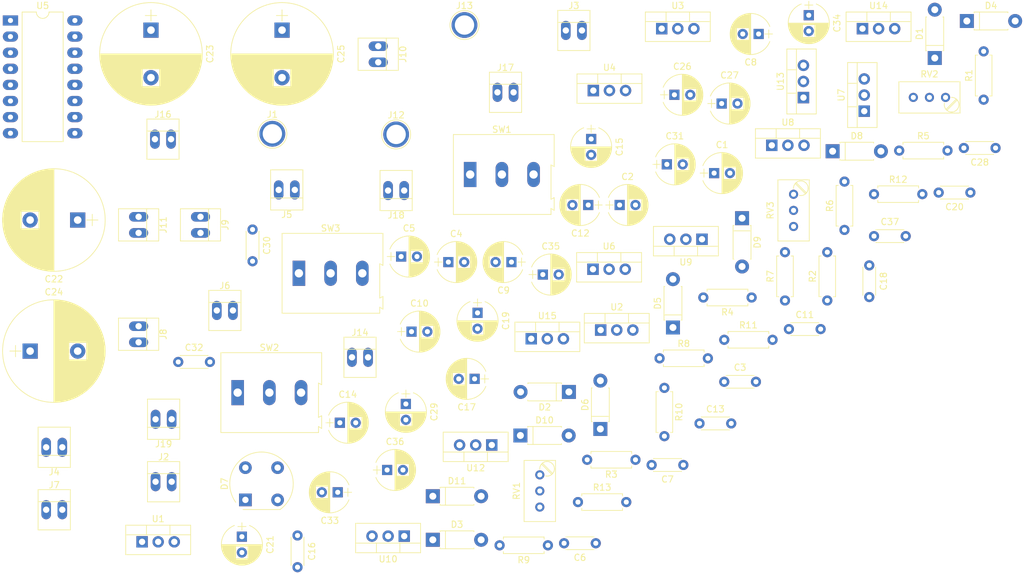
<source format=kicad_pcb>
(kicad_pcb (version 4) (host pcbnew 4.0.7)
  (layers (0 F.Cu signal) (31 B.Cu signal) (34 B.Paste user) (35 F.Paste user) (36 B.SilkS user) (37 F.SilkS user) (38 B.Mask user) (39 F.Mask user) (44 Edge.Cuts user))
  (net 0 "")
  (net 1 "Net-(C1-Pad1)")
  (net 2 GND)
  (net 3 "Net-(C3-Pad1)")
  (net 4 "Net-(C5-Pad1)")
  (net 5 +9V)
  (net 6 +5V)
  (net 7 "Net-(C10-Pad1)")
  (net 8 "Net-(C12-Pad2)")
  (net 9 /ADJ_2)
  (net 10 "Net-(C15-Pad2)")
  (net 11 /NEG_ADJ_1)
  (net 12 /ADJ_3)
  (net 13 +3V3)
  (net 14 -12VA)
  (net 15 +12V)
  (net 16 "Net-(C29-Pad1)")
  (net 17 "Net-(C31-Pad2)")
  (net 18 "Net-(C33-Pad1)")
  (net 19 "Net-(C34-Pad1)")
  (net 20 "Net-(C35-Pad2)")
  (net 21 -9VA)
  (net 22 AC)
  (net 23 "Net-(J14-Pad1)")
  (net 24 /A)
  (net 25 /B)
  (net 26 /C)
  (net 27 "Net-(U5-Pad1)")
  (net 28 "Net-(U5-Pad2)")
  (net 29 "Net-(U5-Pad4)")
  (net 30 "Net-(U5-Pad12)")
  (net 31 "Net-(U5-Pad5)")
  (net 32 "Net-(U5-Pad13)")
  (net 33 "Net-(U5-Pad14)")
  (net 34 "Net-(U5-Pad15)")
  (net 35 VAC)
  (module Capacitors_THT:CP_Radial_D6.3mm_P2.50mm (layer F.Cu) (at 278.303001 85.795)
    (fp_text reference C1 (at 1.25 -4.46) (layer F.SilkS))
    (fp_text value CP)
    (pad 1 thru_hole rect (at 0 0) (size 1.6 1.6) (drill 0.8) (layers *.Cu *.Mask) (net 1 "Net-(C1-Pad1)"))
    (pad 2 thru_hole circle (at 2.5 0) (size 1.6 1.6) (drill 0.8) (layers *.Cu *.Mask) (net 2 GND))
  )
  (module Capacitors_THT:C_Disc_D4.3mm_W1.9mm_P5.00mm (layer F.Cu) (at 279.903001 118.705)
    (fp_text reference C3 (at 2.5 -2.26) (layer F.SilkS))
    (fp_text value C)
    (pad 1 thru_hole circle (at 0 0) (size 1.6 1.6) (drill 0.8) (layers *.Cu *.Mask) (net 3 "Net-(C3-Pad1)"))
    (pad 2 thru_hole circle (at 5 0) (size 1.6 1.6) (drill 0.8) (layers *.Cu *.Mask) (net 2 GND))
  )
  (module Capacitors_THT:CP_Radial_D6.3mm_P2.50mm (layer F.Cu) (at 236.393001 99.825)
    (fp_text reference C4 (at 1.25 -4.46) (layer F.SilkS))
    (fp_text value CP)
    (pad 1 thru_hole rect (at 0 0) (size 1.6 1.6) (drill 0.8) (layers *.Cu *.Mask) (net 3 "Net-(C3-Pad1)"))
    (pad 2 thru_hole circle (at 2.5 0) (size 1.6 1.6) (drill 0.8) (layers *.Cu *.Mask) (net 2 GND))
  )
  (module Capacitors_THT:CP_Radial_D6.3mm_P2.50mm (layer F.Cu) (at 228.943001 98.955)
    (fp_text reference C5 (at 1.25 -4.46) (layer F.SilkS))
    (fp_text value 10uF)
    (pad 1 thru_hole rect (at 0 0) (size 1.6 1.6) (drill 0.8) (layers *.Cu *.Mask) (net 4 "Net-(C5-Pad1)"))
    (pad 2 thru_hole circle (at 2.5 0) (size 1.6 1.6) (drill 0.8) (layers *.Cu *.Mask) (net 2 GND))
  )
  (module Capacitors_THT:C_Disc_D4.3mm_W1.9mm_P5.00mm (layer F.Cu) (at 259.643001 144.17 180)
    (fp_text reference C6 (at 2.5 -2.26 180) (layer F.SilkS))
    (fp_text value C)
    (pad 1 thru_hole circle (at 0 0 180) (size 1.6 1.6) (drill 0.8) (layers *.Cu *.Mask) (net 5 +9V))
    (pad 2 thru_hole circle (at 5 0 180) (size 1.6 1.6) (drill 0.8) (layers *.Cu *.Mask) (net 2 GND))
  )
  (module Capacitors_THT:C_Disc_D4.3mm_W1.9mm_P5.00mm (layer F.Cu) (at 273.453001 131.825 180)
    (fp_text reference C7 (at 2.5 -2.26 180) (layer F.SilkS))
    (fp_text value C)
    (pad 1 thru_hole circle (at 0 0 180) (size 1.6 1.6) (drill 0.8) (layers *.Cu *.Mask) (net 6 +5V))
    (pad 2 thru_hole circle (at 5 0 180) (size 1.6 1.6) (drill 0.8) (layers *.Cu *.Mask) (net 2 GND))
  )
  (module Capacitors_THT:CP_Radial_D6.3mm_P2.50mm (layer F.Cu) (at 285.323001 63.855 180)
    (fp_text reference C8 (at 1.25 -4.46 180) (layer F.SilkS))
    (fp_text value CP)
    (pad 1 thru_hole rect (at 0 0 180) (size 1.6 1.6) (drill 0.8) (layers *.Cu *.Mask) (net 5 +9V))
    (pad 2 thru_hole circle (at 2.5 0 180) (size 1.6 1.6) (drill 0.8) (layers *.Cu *.Mask) (net 2 GND))
  )
  (module Capacitors_THT:CP_Radial_D6.3mm_P2.50mm (layer F.Cu) (at 246.343001 99.825 180)
    (fp_text reference C9 (at 1.25 -4.46 180) (layer F.SilkS))
    (fp_text value CP)
    (pad 1 thru_hole rect (at 0 0 180) (size 1.6 1.6) (drill 0.8) (layers *.Cu *.Mask) (net 6 +5V))
    (pad 2 thru_hole circle (at 2.5 0 180) (size 1.6 1.6) (drill 0.8) (layers *.Cu *.Mask) (net 2 GND))
  )
  (module Capacitors_THT:CP_Radial_D6.3mm_P2.50mm (layer F.Cu) (at 230.583001 110.795)
    (fp_text reference C10 (at 1.25 -4.46) (layer F.SilkS))
    (fp_text value CP)
    (pad 1 thru_hole rect (at 0 0) (size 1.6 1.6) (drill 0.8) (layers *.Cu *.Mask) (net 7 "Net-(C10-Pad1)"))
    (pad 2 thru_hole circle (at 2.5 0) (size 1.6 1.6) (drill 0.8) (layers *.Cu *.Mask) (net 2 GND))
  )
  (module Capacitors_THT:C_Disc_D4.3mm_W1.9mm_P5.00mm (layer F.Cu) (at 290.103001 110.395)
    (fp_text reference C11 (at 2.5 -2.26) (layer F.SilkS))
    (fp_text value C)
    (pad 1 thru_hole circle (at 0 0) (size 1.6 1.6) (drill 0.8) (layers *.Cu *.Mask) (net 7 "Net-(C10-Pad1)"))
    (pad 2 thru_hole circle (at 5 0) (size 1.6 1.6) (drill 0.8) (layers *.Cu *.Mask) (net 2 GND))
  )
  (module Capacitors_THT:CP_Radial_D6.3mm_P2.50mm (layer F.Cu) (at 258.453001 90.825 180)
    (fp_text reference C12 (at 1.25 -4.46 180) (layer F.SilkS))
    (fp_text value 10uF)
    (pad 1 thru_hole rect (at 0 0 180) (size 1.6 1.6) (drill 0.8) (layers *.Cu *.Mask) (net 2 GND))
    (pad 2 thru_hole circle (at 2.5 0 180) (size 1.6 1.6) (drill 0.8) (layers *.Cu *.Mask) (net 8 "Net-(C12-Pad2)"))
  )
  (module Capacitors_THT:C_Disc_D4.3mm_W1.9mm_P5.00mm (layer F.Cu) (at 276.003001 125.275)
    (fp_text reference C13 (at 2.5 -2.26) (layer F.SilkS))
    (fp_text value C)
    (pad 1 thru_hole circle (at 0 0) (size 1.6 1.6) (drill 0.8) (layers *.Cu *.Mask) (net 9 /ADJ_2))
    (pad 2 thru_hole circle (at 5 0) (size 1.6 1.6) (drill 0.8) (layers *.Cu *.Mask) (net 2 GND))
  )
  (module Capacitors_THT:CP_Radial_D6.3mm_P2.50mm (layer F.Cu) (at 219.283001 125.165)
    (fp_text reference C14 (at 1.25 -4.46) (layer F.SilkS))
    (fp_text value CP)
    (pad 1 thru_hole rect (at 0 0) (size 1.6 1.6) (drill 0.8) (layers *.Cu *.Mask) (net 9 /ADJ_2))
    (pad 2 thru_hole circle (at 2.5 0) (size 1.6 1.6) (drill 0.8) (layers *.Cu *.Mask) (net 2 GND))
  )
  (module Capacitors_THT:CP_Radial_D6.3mm_P2.50mm (layer F.Cu) (at 258.913 80.415001 270)
    (fp_text reference C15 (at 1.25 -4.46 270) (layer F.SilkS))
    (fp_text value CP)
    (pad 1 thru_hole rect (at 0 0 270) (size 1.6 1.6) (drill 0.8) (layers *.Cu *.Mask) (net 2 GND))
    (pad 2 thru_hole circle (at 2.5 0 270) (size 1.6 1.6) (drill 0.8) (layers *.Cu *.Mask) (net 10 "Net-(C15-Pad2)"))
  )
  (module Capacitors_THT:C_Disc_D4.3mm_W1.9mm_P5.00mm (layer F.Cu) (at 212.603 142.945001 270)
    (fp_text reference C16 (at 2.5 -2.26 270) (layer F.SilkS))
    (fp_text value C)
    (pad 1 thru_hole circle (at 0 0 270) (size 1.6 1.6) (drill 0.8) (layers *.Cu *.Mask) (net 2 GND))
    (pad 2 thru_hole circle (at 5 0 270) (size 1.6 1.6) (drill 0.8) (layers *.Cu *.Mask) (net 10 "Net-(C15-Pad2)"))
  )
  (module Capacitors_THT:CP_Radial_D6.3mm_P2.50mm (layer F.Cu) (at 240.533001 118.245 180)
    (fp_text reference C17 (at 1.25 -4.46 180) (layer F.SilkS))
    (fp_text value CP)
    (pad 1 thru_hole rect (at 0 0 180) (size 1.6 1.6) (drill 0.8) (layers *.Cu *.Mask) (net 2 GND))
    (pad 2 thru_hole circle (at 2.5 0 180) (size 1.6 1.6) (drill 0.8) (layers *.Cu *.Mask) (net 11 /NEG_ADJ_1))
  )
  (module Capacitors_THT:C_Disc_D4.3mm_W1.9mm_P5.00mm (layer F.Cu) (at 302.773 100.345001 270)
    (fp_text reference C18 (at 2.5 -2.26 270) (layer F.SilkS))
    (fp_text value C)
    (pad 1 thru_hole circle (at 0 0 270) (size 1.6 1.6) (drill 0.8) (layers *.Cu *.Mask) (net 12 /ADJ_3))
    (pad 2 thru_hole circle (at 5 0 270) (size 1.6 1.6) (drill 0.8) (layers *.Cu *.Mask) (net 2 GND))
  )
  (module Capacitors_THT:CP_Radial_D6.3mm_P2.50mm (layer F.Cu) (at 240.993 107.835001 270)
    (fp_text reference C19 (at 1.25 -4.46 270) (layer F.SilkS))
    (fp_text value CP)
    (pad 1 thru_hole rect (at 0 0 270) (size 1.6 1.6) (drill 0.8) (layers *.Cu *.Mask) (net 12 /ADJ_3))
    (pad 2 thru_hole circle (at 2.5 0 270) (size 1.6 1.6) (drill 0.8) (layers *.Cu *.Mask) (net 2 GND))
  )
  (module Capacitors_THT:C_Disc_D4.3mm_W1.9mm_P5.00mm (layer F.Cu) (at 318.723001 88.865 180)
    (fp_text reference C20 (at 2.5 -2.26 180) (layer F.SilkS))
    (fp_text value .47nf)
    (pad 1 thru_hole circle (at 0 0 180) (size 1.6 1.6) (drill 0.8) (layers *.Cu *.Mask) (net 6 +5V))
    (pad 2 thru_hole circle (at 5 0 180) (size 1.6 1.6) (drill 0.8) (layers *.Cu *.Mask) (net 2 GND))
  )
  (module Capacitors_THT:CP_Radial_D6.3mm_P2.50mm (layer F.Cu) (at 203.833 143.135001 270)
    (fp_text reference C21 (at 1.25 -4.46 270) (layer F.SilkS))
    (fp_text value .33uf)
    (pad 1 thru_hole rect (at 0 0 270) (size 1.6 1.6) (drill 0.8) (layers *.Cu *.Mask) (net 13 +3V3))
    (pad 2 thru_hole circle (at 2.5 0 270) (size 1.6 1.6) (drill 0.8) (layers *.Cu *.Mask) (net 2 GND))
  )
  (module Capacitors_THT:CP_Radial_D16.0mm_P7.50mm (layer F.Cu) (at 177.933001 93.195 180)
    (fp_text reference C22 (at 3.75 -9.31 180) (layer F.SilkS))
    (fp_text value 2200uF)
    (pad 1 thru_hole rect (at 0 0 180) (size 2.4 2.4) (drill 1.2) (layers *.Cu *.Mask) (net 2 GND))
    (pad 2 thru_hole circle (at 7.5 0 180) (size 2.4 2.4) (drill 1.2) (layers *.Cu *.Mask) (net 14 -12VA))
  )
  (module Capacitors_THT:CP_Radial_D16.0mm_P7.50mm (layer F.Cu) (at 189.493 63.245001 270)
    (fp_text reference C23 (at 3.75 -9.31 270) (layer F.SilkS))
    (fp_text value 2200uF)
    (pad 1 thru_hole rect (at 0 0 270) (size 2.4 2.4) (drill 1.2) (layers *.Cu *.Mask) (net 15 +12V))
    (pad 2 thru_hole circle (at 7.5 0 270) (size 2.4 2.4) (drill 1.2) (layers *.Cu *.Mask) (net 2 GND))
  )
  (module Capacitors_THT:CP_Radial_D16.0mm_P7.50mm (layer F.Cu) (at 170.433001 113.865)
    (fp_text reference C24 (at 3.75 -9.31) (layer F.SilkS))
    (fp_text value 2200uF)
    (pad 1 thru_hole rect (at 0 0) (size 2.4 2.4) (drill 1.2) (layers *.Cu *.Mask) (net 15 +12V))
    (pad 2 thru_hole circle (at 7.5 0) (size 2.4 2.4) (drill 1.2) (layers *.Cu *.Mask) (net 2 GND))
  )
  (module Capacitors_THT:CP_Radial_D16.0mm_P7.50mm (layer F.Cu) (at 210.163 63.245001 270)
    (fp_text reference C25 (at 3.75 -9.31 270) (layer F.SilkS))
    (fp_text value 2200uF)
    (pad 1 thru_hole rect (at 0 0 270) (size 2.4 2.4) (drill 1.2) (layers *.Cu *.Mask) (net 2 GND))
    (pad 2 thru_hole circle (at 7.5 0 270) (size 2.4 2.4) (drill 1.2) (layers *.Cu *.Mask) (net 14 -12VA))
  )
  (module Capacitors_THT:CP_Radial_D6.3mm_P2.50mm (layer F.Cu) (at 272.043001 73.445)
    (fp_text reference C26 (at 1.25 -4.46) (layer F.SilkS))
    (fp_text value .1uF)
    (pad 1 thru_hole rect (at 0 0) (size 1.6 1.6) (drill 0.8) (layers *.Cu *.Mask) (net 6 +5V))
    (pad 2 thru_hole circle (at 2.5 0) (size 1.6 1.6) (drill 0.8) (layers *.Cu *.Mask) (net 2 GND))
  )
  (module Capacitors_THT:CP_Radial_D6.3mm_P2.50mm (layer F.Cu) (at 279.493001 74.825)
    (fp_text reference C27 (at 1.25 -4.46) (layer F.SilkS))
    (fp_text value 1uF)
    (pad 1 thru_hole rect (at 0 0) (size 1.6 1.6) (drill 0.8) (layers *.Cu *.Mask) (net 6 +5V))
    (pad 2 thru_hole circle (at 2.5 0) (size 1.6 1.6) (drill 0.8) (layers *.Cu *.Mask) (net 2 GND))
  )
  (module Capacitors_THT:C_Disc_D4.3mm_W1.9mm_P5.00mm (layer F.Cu) (at 322.693001 81.835 180)
    (fp_text reference C28 (at 2.5 -2.26 180) (layer F.SilkS))
    (fp_text value C)
    (pad 1 thru_hole circle (at 0 0 180) (size 1.6 1.6) (drill 0.8) (layers *.Cu *.Mask) (net 2 GND))
    (pad 2 thru_hole circle (at 5 0 180) (size 1.6 1.6) (drill 0.8) (layers *.Cu *.Mask) (net 11 /NEG_ADJ_1))
  )
  (module Capacitors_THT:CP_Radial_D6.3mm_P2.50mm (layer F.Cu) (at 229.693 122.205001 270)
    (fp_text reference C29 (at 1.25 -4.46 270) (layer F.SilkS))
    (fp_text value CP)
    (pad 1 thru_hole rect (at 0 0 270) (size 1.6 1.6) (drill 0.8) (layers *.Cu *.Mask) (net 16 "Net-(C29-Pad1)"))
    (pad 2 thru_hole circle (at 2.5 0 270) (size 1.6 1.6) (drill 0.8) (layers *.Cu *.Mask) (net 2 GND))
  )
  (module Capacitors_THT:C_Disc_D4.3mm_W1.9mm_P5.00mm (layer F.Cu) (at 205.513 94.695001 270)
    (fp_text reference C30 (at 2.5 -2.26 270) (layer F.SilkS))
    (fp_text value C)
    (pad 1 thru_hole circle (at 0 0 270) (size 1.6 1.6) (drill 0.8) (layers *.Cu *.Mask) (net 16 "Net-(C29-Pad1)"))
    (pad 2 thru_hole circle (at 5 0 270) (size 1.6 1.6) (drill 0.8) (layers *.Cu *.Mask) (net 2 GND))
  )
  (module Capacitors_THT:CP_Radial_D6.3mm_P2.50mm (layer F.Cu) (at 270.853001 84.415)
    (fp_text reference C31 (at 1.25 -4.46) (layer F.SilkS))
    (fp_text value CP)
    (pad 1 thru_hole rect (at 0 0) (size 1.6 1.6) (drill 0.8) (layers *.Cu *.Mask) (net 2 GND))
    (pad 2 thru_hole circle (at 2.5 0) (size 1.6 1.6) (drill 0.8) (layers *.Cu *.Mask) (net 17 "Net-(C31-Pad2)"))
  )
  (module Capacitors_THT:C_Disc_D4.3mm_W1.9mm_P5.00mm (layer F.Cu) (at 193.793001 115.575)
    (fp_text reference C32 (at 2.5 -2.26) (layer F.SilkS))
    (fp_text value C)
    (pad 1 thru_hole circle (at 0 0) (size 1.6 1.6) (drill 0.8) (layers *.Cu *.Mask) (net 2 GND))
    (pad 2 thru_hole circle (at 5 0) (size 1.6 1.6) (drill 0.8) (layers *.Cu *.Mask) (net 17 "Net-(C31-Pad2)"))
  )
  (module Capacitors_THT:CP_Radial_D6.3mm_P2.50mm (layer F.Cu) (at 218.943001 136.135 180)
    (fp_text reference C33 (at 1.25 -4.46 180) (layer F.SilkS))
    (fp_text value 10uF)
    (pad 1 thru_hole rect (at 0 0 180) (size 1.6 1.6) (drill 0.8) (layers *.Cu *.Mask) (net 18 "Net-(C33-Pad1)"))
    (pad 2 thru_hole circle (at 2.5 0 180) (size 1.6 1.6) (drill 0.8) (layers *.Cu *.Mask) (net 2 GND))
  )
  (module Capacitors_THT:CP_Radial_D6.3mm_P2.50mm (layer F.Cu) (at 293.233 60.895001 270)
    (fp_text reference C34 (at 1.25 -4.46 270) (layer F.SilkS))
    (fp_text value 10uF)
    (pad 1 thru_hole rect (at 0 0 270) (size 1.6 1.6) (drill 0.8) (layers *.Cu *.Mask) (net 19 "Net-(C34-Pad1)"))
    (pad 2 thru_hole circle (at 2.5 0 270) (size 1.6 1.6) (drill 0.8) (layers *.Cu *.Mask) (net 2 GND))
  )
  (module Capacitors_THT:CP_Radial_D6.3mm_P2.50mm (layer F.Cu) (at 251.293001 101.795)
    (fp_text reference C35 (at 1.25 -4.46) (layer F.SilkS))
    (fp_text value 10uF)
    (pad 1 thru_hole rect (at 0 0) (size 1.6 1.6) (drill 0.8) (layers *.Cu *.Mask) (net 2 GND))
    (pad 2 thru_hole circle (at 2.5 0) (size 1.6 1.6) (drill 0.8) (layers *.Cu *.Mask) (net 20 "Net-(C35-Pad2)"))
  )
  (module Capacitors_THT:CP_Radial_D6.3mm_P2.50mm (layer F.Cu) (at 226.733001 132.615)
    (fp_text reference C36 (at 1.25 -4.46) (layer F.SilkS))
    (fp_text value CP)
    (pad 1 thru_hole rect (at 0 0) (size 1.6 1.6) (drill 0.8) (layers *.Cu *.Mask) (net 2 GND))
    (pad 2 thru_hole circle (at 2.5 0) (size 1.6 1.6) (drill 0.8) (layers *.Cu *.Mask) (net 21 -9VA))
  )
  (module Capacitors_THT:C_Disc_D4.3mm_W1.9mm_P5.00mm (layer F.Cu) (at 303.523001 95.735)
    (fp_text reference C37 (at 2.5 -2.26) (layer F.SilkS))
    (fp_text value C)
    (pad 1 thru_hole circle (at 0 0) (size 1.6 1.6) (drill 0.8) (layers *.Cu *.Mask) (net 2 GND))
    (pad 2 thru_hole circle (at 5 0) (size 1.6 1.6) (drill 0.8) (layers *.Cu *.Mask) (net 21 -9VA))
  )
  (module Diodes_THT:Diode_Bridge_Round_D9.8mm (layer F.Cu) (at 204.385 137.331596 90)
    (fp_text reference D7 (at 2.54 -3.302 90) (layer F.SilkS))
    (fp_text value D_Bridge_-A+A)
    (pad 4 thru_hole oval (at 5.08 0 90) (size 2 2) (drill 1) (layers *.Cu *.Mask) (net 22 AC))
    (pad 2 thru_hole oval (at 0 5.08 90) (size 2 2) (drill 1) (layers *.Cu *.Mask) (net 35 VAC))
    (pad 3 thru_hole oval (at 5.08 5.08 90) (size 2 2) (drill 1) (layers *.Cu *.Mask) (net 15 +12V))
    (pad 1 thru_hole rect (at 0 0 90) (size 2 2) (drill 1) (layers *.Cu *.Mask) (net 14 -12VA))
  )
  (module Connectors:1pin (layer F.Cu) (at 208.636572 79.593)
    (fp_text reference J1 (at 0 -3.048) (layer F.SilkS))
    (fp_text value Screw_Terminal_01x01)
    (pad 1 thru_hole circle (at 0 0) (size 4.064 4.064) (drill 3.048) (layers *.Cu *.Mask) (net 22 AC))
  )
  (module Connectors:1pin (layer F.Cu) (at 228.156572 79.693)
    (fp_text reference J12 (at 0 -3.048) (layer F.SilkS))
    (fp_text value Screw_Terminal_01x01)
    (pad 1 thru_hole circle (at 0 0) (size 4.064 4.064) (drill 3.048) (layers *.Cu *.Mask) (net 2 GND))
  )
  (module Connectors:1pin (layer F.Cu) (at 238.936572 62.443)
    (fp_text reference J13 (at 0 -3.048) (layer F.SilkS))
    (fp_text value Screw_Terminal_01x01)
    (pad 1 thru_hole circle (at 0 0) (size 4.064 4.064) (drill 3.048) (layers *.Cu *.Mask) (net 35 VAC))
  )
  (module Potentiometers:Potentiometer_Trimmer_Bourns_3296W (layer F.Cu) (at 250.813 133.385001 90)
    (fp_text reference RV1 (at -2.54 -3.66 90) (layer F.SilkS))
    (fp_text value POT_TRIM)
    (pad 1 thru_hole circle (at 0 0 90) (size 1.44 1.44) (drill 0.8) (layers *.Cu *.Mask) (net 2 GND))
    (pad 2 thru_hole circle (at -2.54 0 90) (size 1.44 1.44) (drill 0.8) (layers *.Cu *.Mask) (net 8 "Net-(C12-Pad2)"))
    (pad 3 thru_hole circle (at -5.08 0 90) (size 1.44 1.44) (drill 0.8) (layers *.Cu *.Mask) (net 8 "Net-(C12-Pad2)"))
  )
  (module Potentiometers:Potentiometer_Trimmer_Bourns_3296W (layer F.Cu) (at 314.803001 73.855)
    (fp_text reference RV2 (at -2.54 -3.66) (layer F.SilkS))
    (fp_text value POT_TRIM)
    (pad 1 thru_hole circle (at 0 0) (size 1.44 1.44) (drill 0.8) (layers *.Cu *.Mask) (net 18 "Net-(C33-Pad1)"))
    (pad 2 thru_hole circle (at -2.54 0) (size 1.44 1.44) (drill 0.8) (layers *.Cu *.Mask) (net 18 "Net-(C33-Pad1)"))
    (pad 3 thru_hole circle (at -5.08 0) (size 1.44 1.44) (drill 0.8) (layers *.Cu *.Mask) (net 2 GND))
  )
  (module Potentiometers:Potentiometer_Trimmer_Bourns_3296W (layer F.Cu) (at 290.833 89.135001 90)
    (fp_text reference RV3 (at -2.54 -3.66 90) (layer F.SilkS))
    (fp_text value POT_TRIM)
    (pad 1 thru_hole circle (at 0 0 90) (size 1.44 1.44) (drill 0.8) (layers *.Cu *.Mask) (net 19 "Net-(C34-Pad1)"))
    (pad 2 thru_hole circle (at -2.54 0 90) (size 1.44 1.44) (drill 0.8) (layers *.Cu *.Mask) (net 19 "Net-(C34-Pad1)"))
    (pad 3 thru_hole circle (at -5.08 0 90) (size 1.44 1.44) (drill 0.8) (layers *.Cu *.Mask) (net 2 GND))
  )
  (module Connectors_Terminal_Blocks:TerminalBlock_Altech_AK300-3_P5.00mm (layer F.Cu) (at 239.833001 86.015)
    (fp_text reference SW1 (at 5 -7.1) (layer F.SilkS))
    (fp_text value SW_SPDT)
    (pad 1 thru_hole rect (at 0 0) (size 1.98 3.96) (drill 1.32) (layers *.Cu *.Mask) (net 6 +5V))
    (pad 2 thru_hole oval (at 5 0) (size 1.98 3.96) (drill 1.32) (layers *.Cu *.Mask) (net 24 /A))
    (pad 3 thru_hole oval (at 10 0) (size 1.98 3.96) (drill 1.32) (layers *.Cu *.Mask) (net 2 GND))
  )
  (module Connectors_Terminal_Blocks:TerminalBlock_Altech_AK300-3_P5.00mm (layer F.Cu) (at 203.163001 120.415)
    (fp_text reference SW2 (at 5 -7.1) (layer F.SilkS))
    (fp_text value SW_SPDT)
    (pad 1 thru_hole rect (at 0 0) (size 1.98 3.96) (drill 1.32) (layers *.Cu *.Mask) (net 6 +5V))
    (pad 2 thru_hole oval (at 5 0) (size 1.98 3.96) (drill 1.32) (layers *.Cu *.Mask) (net 25 /B))
    (pad 3 thru_hole oval (at 10 0) (size 1.98 3.96) (drill 1.32) (layers *.Cu *.Mask) (net 2 GND))
  )
  (module Connectors_Terminal_Blocks:TerminalBlock_Altech_AK300-3_P5.00mm (layer F.Cu) (at 212.823001 101.595)
    (fp_text reference SW3 (at 5 -7.1) (layer F.SilkS))
    (fp_text value SW_SPDT)
    (pad 1 thru_hole rect (at 0 0) (size 1.98 3.96) (drill 1.32) (layers *.Cu *.Mask) (net 6 +5V))
    (pad 2 thru_hole oval (at 5 0) (size 1.98 3.96) (drill 1.32) (layers *.Cu *.Mask) (net 26 /C))
    (pad 3 thru_hole oval (at 10 0) (size 1.98 3.96) (drill 1.32) (layers *.Cu *.Mask) (net 2 GND))
  )
  (module TO_SOT_Packages_THT:TO-220-3_Vertical (layer F.Cu) (at 188.089429 143.945)
    (fp_text reference U1 (at 2.54 -3.62) (layer F.SilkS))
    (fp_text value LM317_3PinPackage)
    (pad 1 thru_hole rect (at 0 0) (size 1.8 1.8) (drill 1) (layers *.Cu *.Mask) (net 4 "Net-(C5-Pad1)"))
    (pad 2 thru_hole oval (at 2.54 0) (size 1.8 1.8) (drill 1) (layers *.Cu *.Mask) (net 5 +9V))
    (pad 3 thru_hole oval (at 5.08 0) (size 1.8 1.8) (drill 1) (layers *.Cu *.Mask) (net 1 "Net-(C1-Pad1)"))
  )
  (module TO_SOT_Packages_THT:TO-220-3_Vertical (layer F.Cu) (at 260.413001 110.545)
    (fp_text reference U2 (at 2.54 -3.62) (layer F.SilkS))
    (fp_text value L7805)
    (pad 1 thru_hole rect (at 0 0) (size 1.8 1.8) (drill 1) (layers *.Cu *.Mask) (net 3 "Net-(C3-Pad1)"))
    (pad 2 thru_hole oval (at 2.54 0) (size 1.8 1.8) (drill 1) (layers *.Cu *.Mask) (net 2 GND))
    (pad 3 thru_hole oval (at 5.08 0) (size 1.8 1.8) (drill 1) (layers *.Cu *.Mask) (net 6 +5V))
  )
  (module TO_SOT_Packages_THT:TO-220-3_Vertical (layer F.Cu) (at 270.039429 63.015)
    (fp_text reference U3 (at 2.54 -3.62) (layer F.SilkS))
    (fp_text value LM317_3PinPackage)
    (pad 1 thru_hole rect (at 0 0) (size 1.8 1.8) (drill 1) (layers *.Cu *.Mask) (net 18 "Net-(C33-Pad1)"))
    (pad 2 thru_hole oval (at 2.54 0) (size 1.8 1.8) (drill 1) (layers *.Cu *.Mask) (net 9 /ADJ_2))
    (pad 3 thru_hole oval (at 5.08 0) (size 1.8 1.8) (drill 1) (layers *.Cu *.Mask) (net 7 "Net-(C10-Pad1)"))
  )
  (module TO_SOT_Packages_THT:TO-220-3_Vertical (layer F.Cu) (at 259.259429 72.775)
    (fp_text reference U4 (at 2.54 -3.62) (layer F.SilkS))
    (fp_text value LM317_3PinPackage)
    (pad 1 thru_hole rect (at 0 0) (size 1.8 1.8) (drill 1) (layers *.Cu *.Mask) (net 19 "Net-(C34-Pad1)"))
    (pad 2 thru_hole oval (at 2.54 0) (size 1.8 1.8) (drill 1) (layers *.Cu *.Mask) (net 12 /ADJ_3))
    (pad 3 thru_hole oval (at 5.08 0) (size 1.8 1.8) (drill 1) (layers *.Cu *.Mask) (net 16 "Net-(C29-Pad1)"))
  )
  (module Housings_DIP:DIP-16_W10.16mm_LongPads (layer F.Cu) (at 167.333001 61.725)
    (fp_text reference U5 (at 5.08 -2.33) (layer F.SilkS))
    (fp_text value 4051)
    (pad 1 thru_hole rect (at 0 0) (size 2.4 1.6) (drill 0.8) (layers *.Cu *.Mask) (net 27 "Net-(U5-Pad1)"))
    (pad 9 thru_hole oval (at 10.16 17.78) (size 2.4 1.6) (drill 0.8) (layers *.Cu *.Mask) (net 26 /C))
    (pad 2 thru_hole oval (at 0 2.54) (size 2.4 1.6) (drill 0.8) (layers *.Cu *.Mask) (net 28 "Net-(U5-Pad2)"))
    (pad 10 thru_hole oval (at 10.16 15.24) (size 2.4 1.6) (drill 0.8) (layers *.Cu *.Mask) (net 25 /B))
    (pad 3 thru_hole oval (at 0 5.08) (size 2.4 1.6) (drill 0.8) (layers *.Cu *.Mask) (net 23 "Net-(J14-Pad1)"))
    (pad 11 thru_hole oval (at 10.16 12.7) (size 2.4 1.6) (drill 0.8) (layers *.Cu *.Mask) (net 24 /A))
    (pad 4 thru_hole oval (at 0 7.62) (size 2.4 1.6) (drill 0.8) (layers *.Cu *.Mask) (net 29 "Net-(U5-Pad4)"))
    (pad 12 thru_hole oval (at 10.16 10.16) (size 2.4 1.6) (drill 0.8) (layers *.Cu *.Mask) (net 30 "Net-(U5-Pad12)"))
    (pad 5 thru_hole oval (at 0 10.16) (size 2.4 1.6) (drill 0.8) (layers *.Cu *.Mask) (net 31 "Net-(U5-Pad5)"))
    (pad 13 thru_hole oval (at 10.16 7.62) (size 2.4 1.6) (drill 0.8) (layers *.Cu *.Mask) (net 32 "Net-(U5-Pad13)"))
    (pad 6 thru_hole oval (at 0 12.7) (size 2.4 1.6) (drill 0.8) (layers *.Cu *.Mask) (net 2 GND))
    (pad 14 thru_hole oval (at 10.16 5.08) (size 2.4 1.6) (drill 0.8) (layers *.Cu *.Mask) (net 33 "Net-(U5-Pad14)"))
    (pad 7 thru_hole oval (at 0 15.24) (size 2.4 1.6) (drill 0.8) (layers *.Cu *.Mask) (net 2 GND))
    (pad 15 thru_hole oval (at 10.16 2.54) (size 2.4 1.6) (drill 0.8) (layers *.Cu *.Mask) (net 34 "Net-(U5-Pad15)"))
    (pad 8 thru_hole oval (at 0 17.78) (size 2.4 1.6) (drill 0.8) (layers *.Cu *.Mask) (net 2 GND))
    (pad 16 thru_hole oval (at 10.16 0) (size 2.4 1.6) (drill 0.8) (layers *.Cu *.Mask) (net 6 +5V))
  )
  (module TO_SOT_Packages_THT:TO-220-3_Vertical (layer F.Cu) (at 259.203001 100.955)
    (fp_text reference U6 (at 2.54 -3.62) (layer F.SilkS))
    (fp_text value AZ1117-ADJ)
    (pad 1 thru_hole rect (at 0 0) (size 1.8 1.8) (drill 1) (layers *.Cu *.Mask) (net 2 GND))
    (pad 2 thru_hole oval (at 2.54 0) (size 1.8 1.8) (drill 1) (layers *.Cu *.Mask) (net 13 +3V3))
    (pad 3 thru_hole oval (at 5.08 0) (size 1.8 1.8) (drill 1) (layers *.Cu *.Mask) (net 6 +5V))
  )
  (module TO_SOT_Packages_THT:TO-220-3_Vertical (layer F.Cu) (at 301.983 76.025001 90)
    (fp_text reference U7 (at 2.54 -3.62 90) (layer F.SilkS))
    (fp_text value MJE2955T)
    (pad 1 thru_hole rect (at 0 0 90) (size 1.8 1.8) (drill 1) (layers *.Cu *.Mask) (net 1 "Net-(C1-Pad1)"))
    (pad 2 thru_hole oval (at 2.54 0 90) (size 1.8 1.8) (drill 1) (layers *.Cu *.Mask) (net 15 +12V))
    (pad 3 thru_hole oval (at 5.08 0 90) (size 1.8 1.8) (drill 1) (layers *.Cu *.Mask) (net 5 +9V))
  )
  (module TO_SOT_Packages_THT:TO-220-3_Vertical (layer F.Cu) (at 287.403001 81.415)
    (fp_text reference U8 (at 2.54 -3.62) (layer F.SilkS))
    (fp_text value MJE2955T)
    (pad 1 thru_hole rect (at 0 0) (size 1.8 1.8) (drill 1) (layers *.Cu *.Mask) (net 3 "Net-(C3-Pad1)"))
    (pad 2 thru_hole oval (at 2.54 0) (size 1.8 1.8) (drill 1) (layers *.Cu *.Mask) (net 5 +9V))
    (pad 3 thru_hole oval (at 5.08 0) (size 1.8 1.8) (drill 1) (layers *.Cu *.Mask) (net 6 +5V))
  )
  (module TO_SOT_Packages_THT:TO-220-3_Vertical (layer F.Cu) (at 276.393001 96.225 180)
    (fp_text reference U9 (at 2.54 -3.62 180) (layer F.SilkS))
    (fp_text value MJE3055T)
    (pad 1 thru_hole rect (at 0 0 180) (size 1.8 1.8) (drill 1) (layers *.Cu *.Mask) (net 10 "Net-(C15-Pad2)"))
    (pad 2 thru_hole oval (at 2.54 0 180) (size 1.8 1.8) (drill 1) (layers *.Cu *.Mask) (net 11 /NEG_ADJ_1))
    (pad 3 thru_hole oval (at 5.08 0 180) (size 1.8 1.8) (drill 1) (layers *.Cu *.Mask) (net 14 -12VA))
  )
  (module TO_SOT_Packages_THT:TO-220-3_Vertical (layer F.Cu) (at 229.433001 143.045 180)
    (fp_text reference U10 (at 2.54 -3.62 180) (layer F.SilkS))
    (fp_text value LM337_TO220)
    (pad 1 thru_hole rect (at 0 0 180) (size 1.8 1.8) (drill 1) (layers *.Cu *.Mask) (net 8 "Net-(C12-Pad2)"))
    (pad 2 thru_hole oval (at 2.54 0 180) (size 1.8 1.8) (drill 1) (layers *.Cu *.Mask) (net 10 "Net-(C15-Pad2)"))
    (pad 3 thru_hole oval (at 5.08 0 180) (size 1.8 1.8) (drill 1) (layers *.Cu *.Mask) (net 11 /NEG_ADJ_1))
  )
  (module TO_SOT_Packages_THT:TO-220-3_Vertical (layer F.Cu) (at 243.243001 128.675 180)
    (fp_text reference U12 (at 2.54 -3.62 180) (layer F.SilkS))
    (fp_text value MJE2955T)
    (pad 1 thru_hole rect (at 0 0 180) (size 1.8 1.8) (drill 1) (layers *.Cu *.Mask) (net 7 "Net-(C10-Pad1)"))
    (pad 2 thru_hole oval (at 2.54 0 180) (size 1.8 1.8) (drill 1) (layers *.Cu *.Mask) (net 15 +12V))
    (pad 3 thru_hole oval (at 5.08 0 180) (size 1.8 1.8) (drill 1) (layers *.Cu *.Mask) (net 9 /ADJ_2))
  )
  (module TO_SOT_Packages_THT:TO-220-3_Vertical (layer F.Cu) (at 292.393 73.885001 90)
    (fp_text reference U13 (at 2.54 -3.62 90) (layer F.SilkS))
    (fp_text value MJE2955T)
    (pad 1 thru_hole rect (at 0 0 90) (size 1.8 1.8) (drill 1) (layers *.Cu *.Mask) (net 16 "Net-(C29-Pad1)"))
    (pad 2 thru_hole oval (at 2.54 0 90) (size 1.8 1.8) (drill 1) (layers *.Cu *.Mask) (net 15 +12V))
    (pad 3 thru_hole oval (at 5.08 0 90) (size 1.8 1.8) (drill 1) (layers *.Cu *.Mask) (net 12 /ADJ_3))
  )
  (module TO_SOT_Packages_THT:TO-220-3_Vertical (layer F.Cu) (at 301.703001 63.015)
    (fp_text reference U14 (at 2.54 -3.62) (layer F.SilkS))
    (fp_text value MJE3055T)
    (pad 1 thru_hole rect (at 0 0) (size 1.8 1.8) (drill 1) (layers *.Cu *.Mask) (net 17 "Net-(C31-Pad2)"))
    (pad 2 thru_hole oval (at 2.54 0) (size 1.8 1.8) (drill 1) (layers *.Cu *.Mask) (net 21 -9VA))
    (pad 3 thru_hole oval (at 5.08 0) (size 1.8 1.8) (drill 1) (layers *.Cu *.Mask) (net 14 -12VA))
  )
  (module TO_SOT_Packages_THT:TO-220-3_Vertical (layer F.Cu) (at 249.463001 111.925)
    (fp_text reference U15 (at 2.54 -3.62) (layer F.SilkS))
    (fp_text value LM337_TO220)
    (pad 1 thru_hole rect (at 0 0) (size 1.8 1.8) (drill 1) (layers *.Cu *.Mask) (net 20 "Net-(C35-Pad2)"))
    (pad 2 thru_hole oval (at 2.54 0) (size 1.8 1.8) (drill 1) (layers *.Cu *.Mask) (net 17 "Net-(C31-Pad2)"))
    (pad 3 thru_hole oval (at 5.08 0) (size 1.8 1.8) (drill 1) (layers *.Cu *.Mask) (net 21 -9VA))
  )
  (module Resistors_THT:R_Axial_DIN0207_L6.3mm_D2.5mm_P7.62mm_Horizontal (layer F.Cu) (at 320.813 74.215001 90)
    (fp_text reference R1 (at 3.81 -2.31 90) (layer F.SilkS))
    (fp_text value 10)
    (pad 1 thru_hole circle (at 0 0 90) (size 1.6 1.6) (drill 0.8) (layers *.Cu *.Mask) (net 1 "Net-(C1-Pad1)"))
    (pad 2 thru_hole oval (at 7.62 0 90) (size 1.6 1.6) (drill 0.8) (layers *.Cu *.Mask) (net 15 +12V))
  )
  (module Resistors_THT:R_Axial_DIN0207_L6.3mm_D2.5mm_P7.62mm_Horizontal (layer F.Cu) (at 296.153 105.885001 90)
    (fp_text reference R2 (at 3.81 -2.31 90) (layer F.SilkS))
    (fp_text value 10)
    (pad 1 thru_hole circle (at 0 0 90) (size 1.6 1.6) (drill 0.8) (layers *.Cu *.Mask) (net 3 "Net-(C3-Pad1)"))
    (pad 2 thru_hole oval (at 7.62 0 90) (size 1.6 1.6) (drill 0.8) (layers *.Cu *.Mask) (net 5 +9V))
  )
  (module Resistors_THT:R_Axial_DIN0207_L6.3mm_D2.5mm_P7.62mm_Horizontal (layer F.Cu) (at 265.903001 131.005 180)
    (fp_text reference R3 (at 3.81 -2.31 180) (layer F.SilkS))
    (fp_text value 310R)
    (pad 1 thru_hole circle (at 0 0 180) (size 1.6 1.6) (drill 0.8) (layers *.Cu *.Mask) (net 5 +9V))
    (pad 2 thru_hole oval (at 7.62 0 180) (size 1.6 1.6) (drill 0.8) (layers *.Cu *.Mask) (net 4 "Net-(C5-Pad1)"))
  )
  (module Resistors_THT:R_Axial_DIN0207_L6.3mm_D2.5mm_P7.62mm_Horizontal (layer F.Cu) (at 284.223001 105.415 180)
    (fp_text reference R4 (at 3.81 -2.31 180) (layer F.SilkS))
    (fp_text value 10)
    (pad 1 thru_hole circle (at 0 0 180) (size 1.6 1.6) (drill 0.8) (layers *.Cu *.Mask) (net 7 "Net-(C10-Pad1)"))
    (pad 2 thru_hole oval (at 7.62 0 180) (size 1.6 1.6) (drill 0.8) (layers *.Cu *.Mask) (net 15 +12V))
  )
  (module Resistors_THT:R_Axial_DIN0207_L6.3mm_D2.5mm_P7.62mm_Horizontal (layer F.Cu) (at 307.493001 82.245)
    (fp_text reference R5 (at 3.81 -2.31) (layer F.SilkS))
    (fp_text value 330R)
    (pad 1 thru_hole circle (at 0 0) (size 1.6 1.6) (drill 0.8) (layers *.Cu *.Mask) (net 9 /ADJ_2))
    (pad 2 thru_hole oval (at 7.62 0) (size 1.6 1.6) (drill 0.8) (layers *.Cu *.Mask) (net 18 "Net-(C33-Pad1)"))
  )
  (module Resistors_THT:R_Axial_DIN0207_L6.3mm_D2.5mm_P7.62mm_Horizontal (layer F.Cu) (at 298.863 94.755001 90)
    (fp_text reference R6 (at 3.81 -2.31 90) (layer F.SilkS))
    (fp_text value 10)
    (pad 1 thru_hole circle (at 0 0 90) (size 1.6 1.6) (drill 0.8) (layers *.Cu *.Mask) (net 16 "Net-(C29-Pad1)"))
    (pad 2 thru_hole oval (at 7.62 0 90) (size 1.6 1.6) (drill 0.8) (layers *.Cu *.Mask) (net 15 +12V))
  )
  (module Resistors_THT:R_Axial_DIN0207_L6.3mm_D2.5mm_P7.62mm_Horizontal (layer F.Cu) (at 289.483 105.885001 90)
    (fp_text reference R7 (at 3.81 -2.31 90) (layer F.SilkS))
    (fp_text value 330R)
    (pad 1 thru_hole circle (at 0 0 90) (size 1.6 1.6) (drill 0.8) (layers *.Cu *.Mask) (net 12 /ADJ_3))
    (pad 2 thru_hole oval (at 7.62 0 90) (size 1.6 1.6) (drill 0.8) (layers *.Cu *.Mask) (net 19 "Net-(C34-Pad1)"))
  )
  (module Resistors_THT:R_Axial_DIN0207_L6.3mm_D2.5mm_P7.62mm_Horizontal (layer F.Cu) (at 269.703001 115.005)
    (fp_text reference R8 (at 3.81 -2.31) (layer F.SilkS))
    (fp_text value 2K046R)
    (pad 1 thru_hole circle (at 0 0) (size 1.6 1.6) (drill 0.8) (layers *.Cu *.Mask) (net 4 "Net-(C5-Pad1)"))
    (pad 2 thru_hole oval (at 7.62 0) (size 1.6 1.6) (drill 0.8) (layers *.Cu *.Mask) (net 2 GND))
  )
  (module Resistors_THT:R_Axial_DIN0207_L6.3mm_D2.5mm_P7.62mm_Horizontal (layer F.Cu) (at 252.093001 144.495 180)
    (fp_text reference R9 (at 3.81 -2.31 180) (layer F.SilkS))
    (fp_text value 10)
    (pad 1 thru_hole circle (at 0 0 180) (size 1.6 1.6) (drill 0.8) (layers *.Cu *.Mask) (net 10 "Net-(C15-Pad2)"))
    (pad 2 thru_hole oval (at 7.62 0 180) (size 1.6 1.6) (drill 0.8) (layers *.Cu *.Mask) (net 14 -12VA))
  )
  (module Resistors_THT:R_Axial_DIN0207_L6.3mm_D2.5mm_P7.62mm_Horizontal (layer F.Cu) (at 270.463 119.665001 270)
    (fp_text reference R10 (at 3.81 -2.31 270) (layer F.SilkS))
    (fp_text value 330R)
    (pad 1 thru_hole circle (at 0 0 270) (size 1.6 1.6) (drill 0.8) (layers *.Cu *.Mask) (net 8 "Net-(C12-Pad2)"))
    (pad 2 thru_hole oval (at 7.62 0 270) (size 1.6 1.6) (drill 0.8) (layers *.Cu *.Mask) (net 11 /NEG_ADJ_1))
  )
  (module Resistors_THT:R_Axial_DIN0207_L6.3mm_D2.5mm_P7.62mm_Horizontal (layer F.Cu) (at 279.903001 112.085)
    (fp_text reference R11 (at 3.81 -2.31) (layer F.SilkS))
    (fp_text value 10)
    (pad 1 thru_hole circle (at 0 0) (size 1.6 1.6) (drill 0.8) (layers *.Cu *.Mask) (net 17 "Net-(C31-Pad2)"))
    (pad 2 thru_hole oval (at 7.62 0) (size 1.6 1.6) (drill 0.8) (layers *.Cu *.Mask) (net 14 -12VA))
  )
  (module Resistors_THT:R_Axial_DIN0207_L6.3mm_D2.5mm_P7.62mm_Horizontal (layer F.Cu) (at 303.523001 89.115)
    (fp_text reference R12 (at 3.81 -2.31) (layer F.SilkS))
    (fp_text value 2K046R)
    (pad 1 thru_hole circle (at 0 0) (size 1.6 1.6) (drill 0.8) (layers *.Cu *.Mask) (net 2 GND))
    (pad 2 thru_hole oval (at 7.62 0) (size 1.6 1.6) (drill 0.8) (layers *.Cu *.Mask) (net 20 "Net-(C35-Pad2)"))
  )
  (module Resistors_THT:R_Axial_DIN0207_L6.3mm_D2.5mm_P7.62mm_Horizontal (layer F.Cu) (at 256.833001 137.675)
    (fp_text reference R13 (at 3.81 -2.31) (layer F.SilkS))
    (fp_text value 330R)
    (pad 1 thru_hole circle (at 0 0) (size 1.6 1.6) (drill 0.8) (layers *.Cu *.Mask) (net 20 "Net-(C35-Pad2)"))
    (pad 2 thru_hole oval (at 7.62 0) (size 1.6 1.6) (drill 0.8) (layers *.Cu *.Mask) (net 21 -9VA))
  )
  (module Capacitors_THT:CP_Radial_D6.3mm_P2.50mm (layer F.Cu) (at 263.403001 90.825)
    (fp_text reference C2 (at 1.25 -4.46) (layer F.SilkS))
    (fp_text value C)
    (pad 1 thru_hole rect (at 0 0) (size 1.6 1.6) (drill 0.8) (layers *.Cu *.Mask) (net 1 "Net-(C1-Pad1)"))
    (pad 2 thru_hole circle (at 2.5 0) (size 1.6 1.6) (drill 0.8) (layers *.Cu *.Mask) (net 2 GND))
  )
  (module Diodes_THT:D_DO-41_SOD81_P7.62mm_Horizontal (layer F.Cu) (at 313.103 67.645001 90)
    (fp_text reference D1 (at 3.81 -2.41 90) (layer F.SilkS))
    (fp_text value IN4001)
    (pad 1 thru_hole rect (at 0 0 90) (size 2.2 2.2) (drill 1.1) (layers *.Cu *.Mask) (net 1 "Net-(C1-Pad1)"))
    (pad 2 thru_hole oval (at 7.62 0 90) (size 2.2 2.2) (drill 1.1) (layers *.Cu *.Mask) (net 5 +9V))
  )
  (module Diodes_THT:D_DO-41_SOD81_P7.62mm_Horizontal (layer F.Cu) (at 255.403001 120.305 180)
    (fp_text reference D2 (at 3.81 -2.41 180) (layer F.SilkS))
    (fp_text value IN4001)
    (pad 1 thru_hole rect (at 0 0 180) (size 2.2 2.2) (drill 1.1) (layers *.Cu *.Mask) (net 5 +9V))
    (pad 2 thru_hole oval (at 7.62 0 180) (size 2.2 2.2) (drill 1.1) (layers *.Cu *.Mask) (net 4 "Net-(C5-Pad1)"))
  )
  (module Diodes_THT:D_DO-41_SOD81_P7.62mm_Horizontal (layer F.Cu) (at 233.943001 143.625)
    (fp_text reference D3 (at 3.81 -2.41) (layer F.SilkS))
    (fp_text value IN4001)
    (pad 1 thru_hole rect (at 0 0) (size 2.2 2.2) (drill 1.1) (layers *.Cu *.Mask) (net 7 "Net-(C10-Pad1)"))
    (pad 2 thru_hole oval (at 7.62 0) (size 2.2 2.2) (drill 1.1) (layers *.Cu *.Mask) (net 9 /ADJ_2))
  )
  (module Diodes_THT:D_DO-41_SOD81_P7.62mm_Horizontal (layer F.Cu) (at 318.163001 61.805)
    (fp_text reference D4 (at 3.81 -2.41) (layer F.SilkS))
    (fp_text value IN4001)
    (pad 1 thru_hole rect (at 0 0) (size 2.2 2.2) (drill 1.1) (layers *.Cu *.Mask) (net 9 /ADJ_2))
    (pad 2 thru_hole oval (at 7.62 0) (size 2.2 2.2) (drill 1.1) (layers *.Cu *.Mask) (net 18 "Net-(C33-Pad1)"))
  )
  (module Diodes_THT:D_DO-41_SOD81_P7.62mm_Horizontal (layer F.Cu) (at 271.813 110.145001 90)
    (fp_text reference D5 (at 3.81 -2.41 90) (layer F.SilkS))
    (fp_text value IN4001)
    (pad 1 thru_hole rect (at 0 0 90) (size 2.2 2.2) (drill 1.1) (layers *.Cu *.Mask) (net 16 "Net-(C29-Pad1)"))
    (pad 2 thru_hole oval (at 7.62 0 90) (size 2.2 2.2) (drill 1.1) (layers *.Cu *.Mask) (net 12 /ADJ_3))
  )
  (module Diodes_THT:D_DO-41_SOD81_P7.62mm_Horizontal (layer F.Cu) (at 260.363 126.145001 90)
    (fp_text reference D6 (at 3.81 -2.41 90) (layer F.SilkS))
    (fp_text value IN4001)
    (pad 1 thru_hole rect (at 0 0 90) (size 2.2 2.2) (drill 1.1) (layers *.Cu *.Mask) (net 12 /ADJ_3))
    (pad 2 thru_hole oval (at 7.62 0 90) (size 2.2 2.2) (drill 1.1) (layers *.Cu *.Mask) (net 19 "Net-(C34-Pad1)"))
  )
  (module Diodes_THT:D_DO-41_SOD81_P7.62mm_Horizontal (layer F.Cu) (at 296.993001 82.345)
    (fp_text reference D8 (at 3.81 -2.41) (layer F.SilkS))
    (fp_text value IN4001)
    (pad 1 thru_hole rect (at 0 0) (size 2.2 2.2) (drill 1.1) (layers *.Cu *.Mask) (net 11 /NEG_ADJ_1))
    (pad 2 thru_hole oval (at 7.62 0) (size 2.2 2.2) (drill 1.1) (layers *.Cu *.Mask) (net 10 "Net-(C15-Pad2)"))
  )
  (module Diodes_THT:D_DO-41_SOD81_P7.62mm_Horizontal (layer F.Cu) (at 282.713 92.905001 270)
    (fp_text reference D9 (at 3.81 -2.41 270) (layer F.SilkS))
    (fp_text value IN4001)
    (pad 1 thru_hole rect (at 0 0 270) (size 2.2 2.2) (drill 1.1) (layers *.Cu *.Mask) (net 8 "Net-(C12-Pad2)"))
    (pad 2 thru_hole oval (at 7.62 0 270) (size 2.2 2.2) (drill 1.1) (layers *.Cu *.Mask) (net 11 /NEG_ADJ_1))
  )
  (module Diodes_THT:D_DO-41_SOD81_P7.62mm_Horizontal (layer F.Cu) (at 247.753001 127.175)
    (fp_text reference D10 (at 3.81 -2.41) (layer F.SilkS))
    (fp_text value IN4001)
    (pad 1 thru_hole rect (at 0 0) (size 2.2 2.2) (drill 1.1) (layers *.Cu *.Mask) (net 21 -9VA))
    (pad 2 thru_hole oval (at 7.62 0) (size 2.2 2.2) (drill 1.1) (layers *.Cu *.Mask) (net 17 "Net-(C31-Pad2)"))
  )
  (module Diodes_THT:D_DO-41_SOD81_P7.62mm_Horizontal (layer F.Cu) (at 233.943001 136.755)
    (fp_text reference D11 (at 3.81 -2.41) (layer F.SilkS))
    (fp_text value IN4001)
    (pad 1 thru_hole rect (at 0 0) (size 2.2 2.2) (drill 1.1) (layers *.Cu *.Mask) (net 20 "Net-(C35-Pad2)"))
    (pad 2 thru_hole oval (at 7.62 0) (size 2.2 2.2) (drill 1.1) (layers *.Cu *.Mask) (net 21 -9VA))
  )
  (module Connectors:PINHEAD1-2 (layer F.Cu) (at 190.216572 134.465)
    (fp_text reference J2 (at 1.27 -3.9) (layer F.SilkS))
    (fp_text value Screw_Terminal_01x02)
    (pad 1 thru_hole oval (at 0 0) (size 1.51 3.01) (drill 1) (layers *.Cu *.Mask) (net 21 -9VA))
    (pad 2 thru_hole oval (at 2.54 0) (size 1.51 3.01) (drill 1) (layers *.Cu *.Mask) (net 2 GND))
  )
  (module Connectors:PINHEAD1-2 (layer F.Cu) (at 254.916572 63.295)
    (fp_text reference J3 (at 1.27 -3.9) (layer F.SilkS))
    (fp_text value Screw_Terminal_01x02)
    (pad 1 thru_hole oval (at 0 0) (size 1.51 3.01) (drill 1) (layers *.Cu *.Mask) (net 21 -9VA))
    (pad 2 thru_hole oval (at 2.54 0) (size 1.51 3.01) (drill 1) (layers *.Cu *.Mask) (net 2 GND))
  )
  (module Connectors:PINHEAD1-2 (layer F.Cu) (at 175.506572 129.035 180)
    (fp_text reference J4 (at 1.27 -3.9 180) (layer F.SilkS))
    (fp_text value Screw_Terminal_01x02)
    (pad 1 thru_hole oval (at 0 0 180) (size 1.51 3.01) (drill 1) (layers *.Cu *.Mask) (net 6 +5V))
    (pad 2 thru_hole oval (at 2.54 0 180) (size 1.51 3.01) (drill 1) (layers *.Cu *.Mask) (net 2 GND))
  )
  (module Connectors:PINHEAD1-2 (layer F.Cu) (at 212.176572 88.445 180)
    (fp_text reference J5 (at 1.27 -3.9 180) (layer F.SilkS))
    (fp_text value Screw_Terminal_01x02)
    (pad 1 thru_hole oval (at 0 0 180) (size 1.51 3.01) (drill 1) (layers *.Cu *.Mask) (net 6 +5V))
    (pad 2 thru_hole oval (at 2.54 0 180) (size 1.51 3.01) (drill 1) (layers *.Cu *.Mask) (net 2 GND))
  )
  (module Connectors:PINHEAD1-2 (layer F.Cu) (at 199.876572 107.455)
    (fp_text reference J6 (at 1.27 -3.9) (layer F.SilkS))
    (fp_text value Screw_Terminal_01x02)
    (pad 1 thru_hole oval (at 0 0) (size 1.51 3.01) (drill 1) (layers *.Cu *.Mask) (net 9 /ADJ_2))
    (pad 2 thru_hole oval (at 2.54 0) (size 1.51 3.01) (drill 1) (layers *.Cu *.Mask) (net 2 GND))
  )
  (module Connectors:PINHEAD1-2 (layer F.Cu) (at 172.966572 138.885)
    (fp_text reference J7 (at 1.27 -3.9) (layer F.SilkS))
    (fp_text value Screw_Terminal_01x02)
    (pad 1 thru_hole oval (at 0 0) (size 1.51 3.01) (drill 1) (layers *.Cu *.Mask) (net 9 /ADJ_2))
    (pad 2 thru_hole oval (at 2.54 0) (size 1.51 3.01) (drill 1) (layers *.Cu *.Mask) (net 2 GND))
  )
  (module Connectors:PINHEAD1-2 (layer F.Cu) (at 187.543 109.938573 270)
    (fp_text reference J8 (at 1.27 -3.9 270) (layer F.SilkS))
    (fp_text value Screw_Terminal_01x02)
    (pad 1 thru_hole oval (at 0 0 270) (size 1.51 3.01) (drill 1) (layers *.Cu *.Mask) (net 12 /ADJ_3))
    (pad 2 thru_hole oval (at 2.54 0 270) (size 1.51 3.01) (drill 1) (layers *.Cu *.Mask) (net 2 GND))
  )
  (module Connectors:PINHEAD1-2 (layer F.Cu) (at 197.303 92.688573 270)
    (fp_text reference J9 (at 1.27 -3.9 270) (layer F.SilkS))
    (fp_text value Screw_Terminal_01x02)
    (pad 1 thru_hole oval (at 0 0 270) (size 1.51 3.01) (drill 1) (layers *.Cu *.Mask) (net 12 /ADJ_3))
    (pad 2 thru_hole oval (at 2.54 0 270) (size 1.51 3.01) (drill 1) (layers *.Cu *.Mask) (net 2 GND))
  )
  (module Connectors:PINHEAD1-2 (layer F.Cu) (at 225.333 65.778573 270)
    (fp_text reference J10 (at 1.27 -3.9 270) (layer F.SilkS))
    (fp_text value Screw_Terminal_01x02)
    (pad 1 thru_hole oval (at 0 0 270) (size 1.51 3.01) (drill 1) (layers *.Cu *.Mask) (net 13 +3V3))
    (pad 2 thru_hole oval (at 2.54 0 270) (size 1.51 3.01) (drill 1) (layers *.Cu *.Mask) (net 2 GND))
  )
  (module Connectors:PINHEAD1-2 (layer F.Cu) (at 187.543 92.688573 270)
    (fp_text reference J11 (at 1.27 -3.9 270) (layer F.SilkS))
    (fp_text value Screw_Terminal_01x02)
    (pad 1 thru_hole oval (at 0 0 270) (size 1.51 3.01) (drill 1) (layers *.Cu *.Mask) (net 13 +3V3))
    (pad 2 thru_hole oval (at 2.54 0 270) (size 1.51 3.01) (drill 1) (layers *.Cu *.Mask) (net 2 GND))
  )
  (module Connectors:PINHEAD1-2 (layer F.Cu) (at 221.190381 114.845)
    (fp_text reference J14 (at 1.27 -3.9) (layer F.SilkS))
    (fp_text value OUT_TO_METER)
    (pad 1 thru_hole oval (at 0 0) (size 1.51 3.01) (drill 1) (layers *.Cu *.Mask) (net 23 "Net-(J14-Pad1)"))
    (pad 2 thru_hole oval (at 2.54 0) (size 1.51 3.01) (drill 1) (layers *.Cu *.Mask) (net 2 GND))
  )
  (module Connectors:PINHEAD1-2 (layer F.Cu) (at 190.116572 80.445)
    (fp_text reference J16 (at 1.27 -3.9) (layer F.SilkS))
    (fp_text value Screw_Terminal_01x02)
    (pad 1 thru_hole oval (at 0 0) (size 1.51 3.01) (drill 1) (layers *.Cu *.Mask) (net 11 /NEG_ADJ_1))
    (pad 2 thru_hole oval (at 2.54 0) (size 1.51 3.01) (drill 1) (layers *.Cu *.Mask) (net 2 GND))
  )
  (module Connectors:PINHEAD1-2 (layer F.Cu) (at 244.136572 73.055)
    (fp_text reference J17 (at 1.27 -3.9) (layer F.SilkS))
    (fp_text value Screw_Terminal_01x02)
    (pad 1 thru_hole oval (at 0 0) (size 1.51 3.01) (drill 1) (layers *.Cu *.Mask) (net 11 /NEG_ADJ_1))
    (pad 2 thru_hole oval (at 2.54 0) (size 1.51 3.01) (drill 1) (layers *.Cu *.Mask) (net 2 GND))
  )
  (module Connectors:PINHEAD1-2 (layer F.Cu) (at 229.426572 88.545 180)
    (fp_text reference J18 (at 1.27 -3.9 180) (layer F.SilkS))
    (fp_text value Screw_Terminal_01x02)
    (pad 1 thru_hole oval (at 0 0 180) (size 1.51 3.01) (drill 1) (layers *.Cu *.Mask) (net 5 +9V))
    (pad 2 thru_hole oval (at 2.54 0 180) (size 1.51 3.01) (drill 1) (layers *.Cu *.Mask) (net 2 GND))
  )
  (module Connectors:PINHEAD1-2 (layer F.Cu) (at 192.756572 124.615 180)
    (fp_text reference J19 (at 1.27 -3.9 180) (layer F.SilkS))
    (fp_text value Screw_Terminal_01x02)
    (pad 1 thru_hole oval (at 0 0 180) (size 1.51 3.01) (drill 1) (layers *.Cu *.Mask) (net 5 +9V))
    (pad 2 thru_hole oval (at 2.54 0 180) (size 1.51 3.01) (drill 1) (layers *.Cu *.Mask) (net 2 GND))
  )
)
</source>
